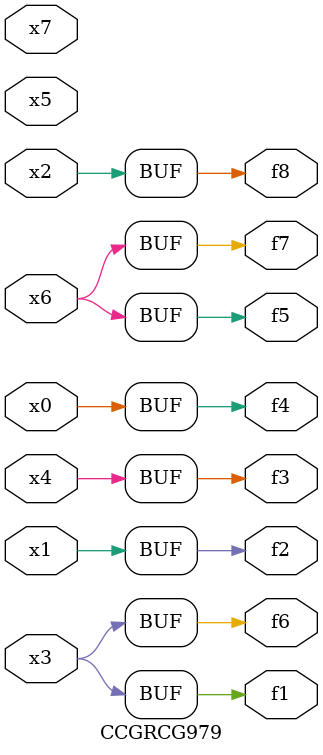
<source format=v>
module CCGRCG979(
	input x0, x1, x2, x3, x4, x5, x6, x7,
	output f1, f2, f3, f4, f5, f6, f7, f8
);
	assign f1 = x3;
	assign f2 = x1;
	assign f3 = x4;
	assign f4 = x0;
	assign f5 = x6;
	assign f6 = x3;
	assign f7 = x6;
	assign f8 = x2;
endmodule

</source>
